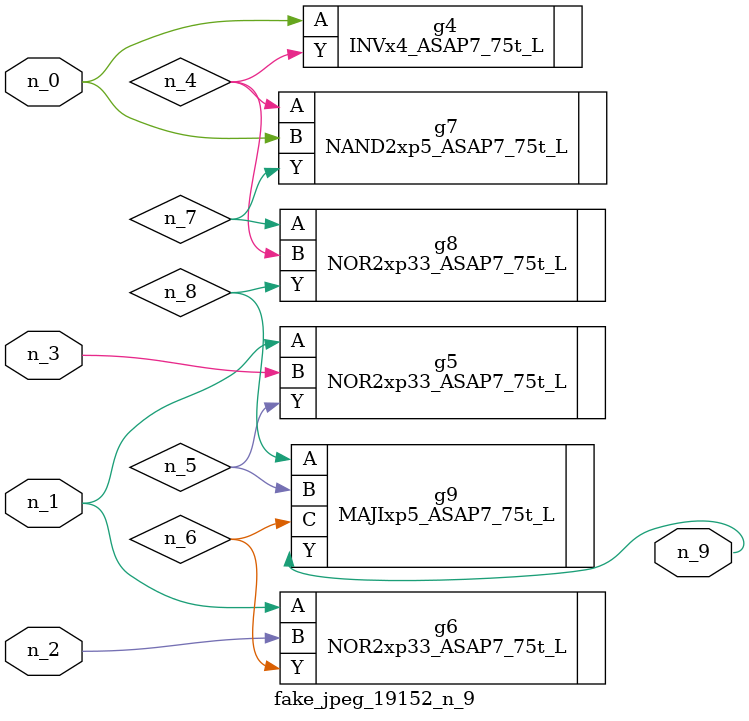
<source format=v>
module fake_jpeg_19152_n_9 (n_0, n_3, n_2, n_1, n_9);

input n_0;
input n_3;
input n_2;
input n_1;

output n_9;

wire n_4;
wire n_8;
wire n_6;
wire n_5;
wire n_7;

INVx4_ASAP7_75t_L g4 ( 
.A(n_0),
.Y(n_4)
);

NOR2xp33_ASAP7_75t_L g5 ( 
.A(n_1),
.B(n_3),
.Y(n_5)
);

NOR2xp33_ASAP7_75t_L g6 ( 
.A(n_1),
.B(n_2),
.Y(n_6)
);

NAND2xp5_ASAP7_75t_L g7 ( 
.A(n_4),
.B(n_0),
.Y(n_7)
);

NOR2xp33_ASAP7_75t_L g8 ( 
.A(n_7),
.B(n_4),
.Y(n_8)
);

MAJIxp5_ASAP7_75t_L g9 ( 
.A(n_8),
.B(n_5),
.C(n_6),
.Y(n_9)
);


endmodule
</source>
